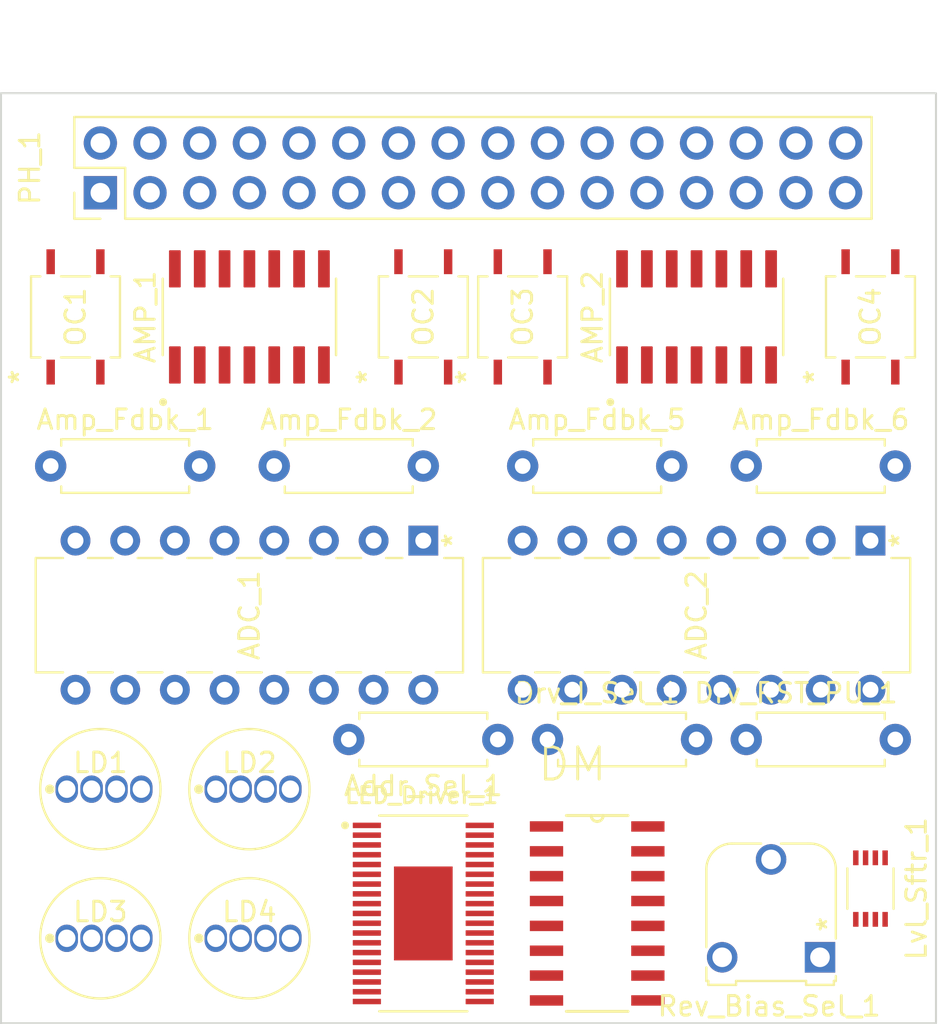
<source format=kicad_pcb>
(kicad_pcb (version 20211014) (generator pcbnew)
  (layers (0 "F.Cu" signal "Front") (31 "B.Cu" signal "Back") (34 "B.Paste" user) (35 "F.Paste" user) (36 "B.SilkS" user "B.Silkscreen") (37 "F.SilkS" user "F.Silkscreen") (38 "B.Mask" user) (39 "F.Mask" user) (44 "Edge.Cuts" user))
  (net 0 "")
  (net 5 "/LED Row IO 1/ LDRow_Amps/Amp_OP_2")
  (net 6 "/LED Row IO 1/ LDRow_Amps/Amp_OP_1")
  (net 7 "GND")
  (net 8 "/LED Row IO 1/ADC_SHDN")
  (net 9 "SPI_MOSI")
  (net 10 "SPI_MISO_5V")
  (net 11 "SPI_SCK")
  (net 12 "+5V")
  (net 17 "/LED Row IO 2/ LDRow_Amps/Amp_OP_2")
  (net 18 "/LED Row IO 2/ LDRow_Amps/Amp_OP_1")
  (net 19 "/LED Row IO 2/ADC_SHDN")
  (net 24 "Net-(Addr_Sel_1-Pad1)")
  (net 32 "/LED Row IO 1/LD1_TX_B")
  (net 33 "/LED Row IO 1/LD1_TX_G")
  (net 34 "/LED Row IO 1/LD2_TX_B")
  (net 35 "/LED Row IO 1/LD2_TX_G")
  (net 36 "/LED Row IO 2/LD1_TX_B")
  (net 37 "/LED Row IO 2/LD1_TX_G")
  (net 38 "/LED Row IO 2/LD2_TX_B")
  (net 39 "/LED Row IO 2/LD2_TX_G")
  (net 40 "/LED Row IO 1/LD1_TX_R")
  (net 41 "/LED Row IO 1/LD2_TX_R")
  (net 42 "/LED Row IO 2/LD1_TX_R")
  (net 43 "/LED Row IO 2/LD2_TX_R")
  (net 64 "RB Voltage")
  (net 65 "+9V")
  (net 66 "/LED Row IO 1/ LDRow_Amps/Amp_IP_2")
  (net 67 "/LED Row IO 1/ LDRow_Amps/Amp_IP_1")
  (net 68 "/LED Row IO 2/ LDRow_Amps/Amp_IP_2")
  (net 69 "/LED Row IO 2/ LDRow_Amps/Amp_IP_1")
  (net 70 "SPI_SS_0")
  (net 71 "SPI_SS_1")
  (net 72 "SPI_SS_2")
  (net 73 "Net-(Drv_I_Sel_1-Pad2)")
  (net 74 "Net-(Drv_RST_PU_1-Pad2)")
  (net 75 "/LED Row IO 1/LDRow/LD1_R")
  (net 76 "/LED Row IO 1/LDRow/LD2_R")
  (net 77 "/LED Row IO 2/LDRow/LD1_R")
  (net 78 "/LED Row IO 2/LDRow/LD2_R")
  (net 79 "I2C_SCL")
  (net 80 "I2C_SDA_5V")
  (net 81 "+3V3")
  (net 82 "I2C_SDA_3V3")
  (net 83 "SPI_MISO_3V3")
  (footprint "RGB LED:WP154A4SEJ3VBDZGC&slash_CA" (layer "F.Cu") (at 49.53 68.58)
    (fp_text reference "LD2" (at 0 -1.35) (layer "F.SilkS"))
    (fp_text value "WP154A4SEJ3VBDZGC/CA" hide)
    (fp_circle (center -2.5836 0) (end -2.4636 0) (layer "F.SilkS") (width 0.24) (fill none))
    (fp_circle (center 0 0) (end 3.0734 0) (layer "F.SilkS") (width 0.12) (fill none))
    (pad "1" thru_hole oval (at -1.7164 0) (size 1.143 1.397) (drill 0.889) (layers *.Cu *.Mask) (net 76 "/LED Row IO 1/LDRow/LD2_R"))
    (pad "2" thru_hole oval (at -0.4464 0) (size 1.143 1.397) (drill 0.889) (layers *.Cu *.Mask) (net 12 "+5V"))
    (pad "3" thru_hole oval (at 0.8236 0) (size 1.143 1.397) (drill 0.889) (layers *.Cu *.Mask) (net 34 "/LED Row IO 1/LD2_TX_B"))
    (pad "4" thru_hole oval (at 2.0936 0) (size 1.143 1.397) (drill 0.889) (layers *.Cu *.Mask) (net 35 "/LED Row IO 1/LD2_TX_G"))
  )
  (footprint "Resistor_THT:R_Axial_DIN0207_L6.3mm_D2.5mm_P7.62mm_Horizontal" (layer "F.Cu") (at 74.93 66.04)
    (fp_text reference "Drv_RST_PU_1" (at 2.54 -2.37) (layer "F.SilkS"))
    (fp_text value "10K")
    (fp_line (start 0.54 -1.04) (end 0.54 -1.37) (layer "F.SilkS") (width 0.12))
    (fp_line (start 0.54 -1.37) (end 7.08 -1.37) (layer "F.SilkS") (width 0.12))
    (fp_line (start 7.08 -1.37) (end 7.08 -1.04) (layer "F.SilkS") (width 0.12))
    (fp_line (start 0.54 1.04) (end 0.54 1.37) (layer "F.SilkS") (width 0.12))
    (fp_line (start 7.08 1.37) (end 7.08 1.04) (layer "F.SilkS") (width 0.12))
    (fp_line (start 0.54 1.37) (end 7.08 1.37) (layer "F.SilkS") (width 0.12))
    (pad "1" thru_hole circle (at 0 0) (size 1.6 1.6) (drill 0.8) (layers *.Cu *.Mask) (net 12 "+5V"))
    (pad "2" thru_hole oval (at 7.62 0) (size 1.6 1.6) (drill 0.8) (layers *.Cu *.Mask) (net 74 "Net-(Drv_RST_PU_1-Pad2)"))
  )
  (footprint "Resistor_THT:R_Axial_DIN0207_L6.3mm_D2.5mm_P7.62mm_Horizontal" (layer "F.Cu") (at 63.5 52.07)
    (fp_text reference "Amp_Fdbk_5" (at 3.81 -2.37) (layer "F.SilkS"))
    (fp_text value "2M")
    (fp_line (start 0.54 1.04) (end 0.54 1.37) (layer "F.SilkS") (width 0.12))
    (fp_line (start 7.08 -1.37) (end 7.08 -1.04) (layer "F.SilkS") (width 0.12))
    (fp_line (start 0.54 -1.37) (end 7.08 -1.37) (layer "F.SilkS") (width 0.12))
    (fp_line (start 7.08 1.37) (end 7.08 1.04) (layer "F.SilkS") (width 0.12))
    (fp_line (start 0.54 1.37) (end 7.08 1.37) (layer "F.SilkS") (width 0.12))
    (fp_line (start 0.54 -1.04) (end 0.54 -1.37) (layer "F.SilkS") (width 0.12))
    (pad "1" thru_hole circle (at 0 0) (size 1.6 1.6) (drill 0.8) (layers *.Cu *.Mask) (net 69 "/LED Row IO 2/ LDRow_Amps/Amp_IP_1"))
    (pad "2" thru_hole oval (at 7.62 0) (size 1.6 1.6) (drill 0.8) (layers *.Cu *.Mask) (net 18 "/LED Row IO 2/ LDRow_Amps/Amp_OP_1"))
  )
  (footprint "RGB LED:WP154A4SEJ3VBDZGC&slash_CA" (layer "F.Cu") (at 41.91 68.58)
    (fp_text reference "LD1" (at 0 -1.35) (layer "F.SilkS"))
    (fp_text value "WP154A4SEJ3VBDZGC/CA" hide)
    (fp_circle (center -2.5836 0) (end -2.4636 0) (layer "F.SilkS") (width 0.24) (fill none))
    (fp_circle (center 0 0) (end 3.0734 0) (layer "F.SilkS") (width 0.12) (fill none))
    (pad "1" thru_hole oval (at -1.7164 0) (size 1.143 1.397) (drill 0.889) (layers *.Cu *.Mask) (net 75 "/LED Row IO 1/LDRow/LD1_R"))
    (pad "2" thru_hole oval (at -0.4464 0) (size 1.143 1.397) (drill 0.889) (layers *.Cu *.Mask) (net 12 "+5V"))
    (pad "3" thru_hole oval (at 0.8236 0) (size 1.143 1.397) (drill 0.889) (layers *.Cu *.Mask) (net 32 "/LED Row IO 1/LD1_TX_B"))
    (pad "4" thru_hole oval (at 2.0936 0) (size 1.143 1.397) (drill 0.889) (layers *.Cu *.Mask) (net 33 "/LED Row IO 1/LD1_TX_G"))
  )
  (footprint "Op-Amp:footprints" (layer "F.Cu") (at 49.53 44.45 90)
    (fp_text reference "AMP_1" (at 0 -5.32 90) (layer "F.SilkS"))
    (fp_text value "MCP619-I/SL" hide)
    (fp_line (start -1.95 -4.43) (end 1.95 -4.43) (layer "F.SilkS") (width 0.127))
    (fp_line (start -1.95 4.43) (end 1.95 4.43) (layer "F.SilkS") (width 0.127))
    (fp_circle (center -4.355 -4.41) (end -4.255 -4.41) (layer "F.SilkS") (width 0.2) (fill none))
    (pad "1" smd roundrect (at -2.455 -3.81 90) (size 1.9 0.6) (layers "F.Cu" "F.Paste" "F.Mask") (roundrect_rratio 0.07) (net 6 "/LED Row IO 1/ LDRow_Amps/Amp_OP_1"))
    (pad "2" smd roundrect (at -2.455 -2.54 90) (size 1.9 0.6) (layers "F.Cu" "F.Paste" "F.Mask") (roundrect_rratio 0.07) (net 67 "/LED Row IO 1/ LDRow_Amps/Amp_IP_1"))
    (pad "3" smd roundrect (at -2.455 -1.27 90) (size 1.9 0.6) (layers "F.Cu" "F.Paste" "F.Mask") (roundrect_rratio 0.07) (net 64 "RB Voltage"))
    (pad "4" smd roundrect (at -2.455 0 90) (size 1.9 0.6) (layers "F.Cu" "F.Paste" "F.Mask") (roundrect_rratio 0.07) (net 65 "+9V"))
    (pad "5" smd roundrect (at -2.455 1.27 90) (size 1.9 0.6) (layers "F.Cu" "F.Paste" "F.Mask") (roundrect_rratio 0.07) (net 64 "RB Voltage"))
    (pad "6" smd roundrect (at -2.455 2.54 90) (size 1.9 0.6) (layers "F.Cu" "F.Paste" "F.Mask") (roundrect_rratio 0.07) (net 66 "/LED Row IO 1/ LDRow_Amps/Amp_IP_2"))
    (pad "7" smd roundrect (at -2.455 3.81 90) (size 1.9 0.6) (layers "F.Cu" "F.Paste" "F.Mask") (roundrect_rratio 0.07) (net 5 "/LED Row IO 1/ LDRow_Amps/Amp_OP_2"))
    (pad "8" smd roundrect (at 2.455 3.81 90) (size 1.9 0.6) (layers "F.Cu" "F.Paste" "F.Mask") (roundrect_rratio 0.07))
    (pad "9" smd roundrect (at 2.455 2.54 90) (size 1.9 0.6) (layers "F.Cu" "F.Paste" "F.Mask") (roundrect_rratio 0.07))
    (pad "10" smd roundrect (at 2.455 1.27 90) (size 1.9 0.6) (layers "F.Cu" "F.Paste" "F.Mask") (roundrect_rratio 0.07) (net 64 "RB Voltage"))
    (pad "11" smd roundrect (at 2.455 0 90) (size 1.9 0.6) (layers "F.Cu" "F.Paste" "F.Mask") (roundrect_rratio 0.07) (net 12 "+5V"))
    (pad "12" smd roundrect (at 2.455 -1.27 90) (size 1.9 0.6) (layers "F.Cu" "F.Paste" "F.Mask") (roundrect_rratio 0.07) (net 64 "RB Voltage"))
    (pad "13" smd roundrect (at 2.455 -2.54 90) (size 1.9 0.6) (layers "F.Cu" "F.Paste" "F.Mask") (roundrect_rratio 0.07))
    (pad "14" smd roundrect (at 2.455 -3.81 90) (size 1.9 0.6) (layers "F.Cu" "F.Paste" "F.Mask") (roundrect_rratio 0.07))
  )
  (footprint "Resistor_THT:R_Axial_DIN0207_L6.3mm_D2.5mm_P7.62mm_Horizontal" (layer "F.Cu") (at 62.23 66.04 180)
    (fp_text reference "Addr_Sel_1" (at 3.81 -2.37) (layer "F.SilkS"))
    (fp_text value "100K")
    (fp_line (start 0.54 1.04) (end 0.54 1.37) (layer "F.SilkS") (width 0.12))
    (fp_line (start 0.54 -1.37) (end 7.08 -1.37) (layer "F.SilkS") (width 0.12))
    (fp_line (start 7.08 -1.37) (end 7.08 -1.04) (layer "F.SilkS") (width 0.12))
    (fp_line (start 0.54 -1.04) (end 0.54 -1.37) (layer "F.SilkS") (width 0.12))
    (fp_line (start 7.08 1.37) (end 7.08 1.04) (layer "F.SilkS") (width 0.12))
    (fp_line (start 0.54 1.37) (end 7.08 1.37) (layer "F.SilkS") (width 0.12))
    (pad "1" thru_hole circle (at 0 0 180) (size 1.6 1.6) (drill 0.8) (layers *.Cu *.Mask) (net 24 "Net-(Addr_Sel_1-Pad1)"))
    (pad "2" thru_hole oval (at 7.62 0 180) (size 1.6 1.6) (drill 0.8) (layers *.Cu *.Mask) (net 7 "GND"))
  )
  (footprint "Level Shifter:LSF0102DCH" (layer "F.Cu") (at 81.28 73.66 90)
    (fp_text reference "Lvl_Sftr_1" (at 0 2.35 90) (layer "F.SilkS"))
    (fp_text value "LSF0102DCH" hide)
    (fp_text user "*" (at -1.826 -2.1724 90) (layer "F.SilkS"))
    (fp_line (start -1.03317 1.1811) (end 1.03317 1.1811) (layer "F.SilkS") (width 0.12))
    (fp_line (start 1.03317 -1.1811) (end -1.03317 -1.1811) (layer "F.SilkS") (width 0.12))
    (pad "1" smd rect (at -1.572001 -0.750001 90) (size 0.756399 0.2794) (layers "F.Cu" "F.Paste" "F.Mask") (net 7 "GND"))
    (pad "2" smd rect (at -1.572001 -0.25 90) (size 0.756399 0.2794) (layers "F.Cu" "F.Paste" "F.Mask") (net 81 "+3V3"))
    (pad "3" smd rect (at -1.572001 0.25 90) (size 0.756399 0.2794) (layers "F.Cu" "F.Paste" "F.Mask") (net 82 "I2C_SDA_3V3"))
    (pad "4" smd rect (at -1.572001 0.750001 90) (size 0.756399 0.2794) (layers "F.Cu" "F.Paste" "F.Mask") (net 83 "SPI_MISO_3V3"))
    (pad "5" smd rect (at 1.572001 0.750001 90) (size 0.756399 0.2794) (layers "F.Cu" "F.Paste" "F.Mask") (net 10 "SPI_MISO_5V"))
    (pad "6" smd rect (at 1.572001 0.25 90) (size 0.756399 0.2794) (layers "F.Cu" "F.Paste" "F.Mask") (net 80 "I2C_SDA_5V"))
    (pad "7" smd rect (at 1.572001 -0.25 90) (size 0.756399 0.2794) (layers "F.Cu" "F.Paste" "F.Mask") (net 12 "+5V"))
    (pad "8" smd rect (at 1.572001 -0.750001 90) (size 0.756399 0.2794) (layers "F.Cu" "F.Paste" "F.Mask") (net 12 "+5V"))
  )
  (footprint "Connector_PinHeader_2.54mm:PinHeader_2x16_P2.54mm_Vertical" (layer "F.Cu") (at 41.91 38.105 90)
    (fp_text reference "PH_1" (at 1.27 -3.6 90) (layer "F.SilkS"))
    (fp_text value "Conn_02x16_Odd_Even")
    (fp_line (start -1.33 1.27) (end -1.33 39.43) (layer "F.SilkS") (width 0.12))
    (fp_line (start -1.33 39.43) (end 3.87 39.43) (layer "F.SilkS") (width 0.12))
    (fp_line (start 1.27 1.27) (end 1.27 -1.33) (layer "F.SilkS") (width 0.12))
    (fp_line (start 1.27 -1.33) (end 3.87 -1.33) (layer "F.SilkS") (width 0.12))
    (fp_line (start 3.87 -1.33) (end 3.87 39.43) (layer "F.SilkS") (width 0.12))
    (fp_line (start -1.33 0) (end -1.33 -1.33) (layer "F.SilkS") (width 0.12))
    (fp_line (start -1.33 1.27) (end 1.27 1.27) (layer "F.SilkS") (width 0.12))
    (fp_line (start -1.33 -1.33) (end 0 -1.33) (layer "F.SilkS") (width 0.12))
    (pad "1" thru_hole rect (at 0 0 90) (size 1.7 1.7) (drill 1) (layers *.Cu *.Mask) (net 7 "GND"))
    (pad "2" thru_hole oval (at 2.54 0 90) (size 1.7 1.7) (drill 1) (layers *.Cu *.Mask) (net 7 "GND"))
    (pad "3" thru_hole oval (at 0 2.54 90) (size 1.7 1.7) (drill 1) (layers *.Cu *.Mask) (net 7 "GND"))
    (pad "4" thru_hole oval (at 2.54 2.54 90) (size 1.7 1.7) (drill 1) (layers *.Cu *.Mask) (net 7 "GND"))
    (pad "5" thru_hole oval (at 0 5.08 90) (size 1.7 1.7) (drill 1) (layers *.Cu *.Mask) (net 7 "GND"))
    (pad "6" thru_hole oval (at 2.54 5.08 90) (size 1.7 1.7) (drill 1) (layers *.Cu *.Mask) (net 7 "GND"))
    (pad "7" thru_hole oval (at 0 7.62 90) (size 1.7 1.7) (drill 1) (layers *.Cu *.Mask) (net 81 "+3V3"))
    (pad "8" thru_hole oval (at 2.54 7.62 90) (size 1.7 1.7) (drill 1) (layers *.Cu *.Mask) (net 81 "+3V3"))
    (pad "9" thru_hole oval (at 0 10.16 90) (size 1.7 1.7) (drill 1) (layers *.Cu *.Mask) (net 12 "+5V"))
    (pad "10" thru_hole oval (at 2.54 10.16 90) (size 1.7 1.7) (drill 1) (layers *.Cu *.Mask) (net 12 "+5V"))
    (pad "11" thru_hole oval (at 0 12.7 90) (size 1.7 1.7) (drill 1) (layers *.Cu *.Mask) (net 65 "+9V"))
    (pad "12" thru_hole oval (at 2.54 12.7 90) (size 1.7 1.7) (drill 1) (layers *.Cu *.Mask) (net 65 "+9V"))
    (pad "13" thru_hole oval (at 0 15.24 90) (size 1.7 1.7) (drill 1) (layers *.Cu *.Mask) (net 72 "SPI_SS_2"))
    (pad "14" thru_hole oval (at 2.54 15.24 90) (size 1.7 1.7) (drill 1) (layers *.Cu *.Mask) (net 72 "SPI_SS_2"))
    (pad "15" thru_hole oval (at 0 17.78 90) (size 1.7 1.7) (drill 1) (layers *.Cu *.Mask) (net 71 "SPI_SS_1"))
    (pad "16" thru_hole oval (at 2.54 17.78 90) (size 1.7 1.7) (drill 1) (layers *.Cu *.Mask) (net 71 "SPI_SS_1"))
    (pad "17" thru_hole oval (at 0 20.32 90) (size 1.7 1.7) (drill 1) (layers *.Cu *.Mask) (net 70 "SPI_SS_0"))
    (pad "18" thru_hole oval (at 2.54 20.32 90) (size 1.7 1.7) (drill 1) (layers *.Cu *.Mask) (net 70 "SPI_SS_0"))
    (pad "19" thru_hole oval (at 0 22.86 90) (size 1.7 1.7) (drill 1) (layers *.Cu *.Mask) (net 11 "SPI_SCK"))
    (pad "20" thru_hole oval (at 2.54 22.86 90) (size 1.7 1.7) (drill 1) (layers *.Cu *.Mask) (net 11 "SPI_SCK"))
    (pad "21" thru_hole oval (at 0 25.4 90) (size 1.7 1.7) (drill 1) (layers *.Cu *.Mask) (net 9 "SPI_MOSI"))
    (pad "22" thru_hole oval (at 2.54 25.4 90) (size 1.7 1.7) (drill 1) (layers *.Cu *.Mask) (net 9 "SPI_MOSI"))
    (pad "23" thru_hole oval (at 0 27.94 90) (size 1.7 1.7) (drill 1) (layers *.Cu *.Mask) (net 83 "SPI_MISO_3V3"))
    (pad "24" thru_hole oval (at 2.54 27.94 90) (size 1.7 1.7) (drill 1) (layers *.Cu *.Mask) (net 83 "SPI_MISO_3V3"))
    (pad "25" thru_hole oval (at 0 30.48 90) (size 1.7 1.7) (drill 1) (layers *.Cu *.Mask) (net 10 "SPI_MISO_5V"))
    (pad "26" thru_hole oval (at 2.54 30.48 90) (size 1.7 1.7) (drill 1) (layers *.Cu *.Mask) (net 10 "SPI_MISO_5V"))
    (pad "27" thru_hole oval (at 0 33.02 90) (size 1.7 1.7) (drill 1) (layers *.Cu *.Mask) (net 79 "I2C_SCL"))
    (pad "28" thru_hole oval (at 2.54 33.02 90) (size 1.7 1.7) (drill 1) (layers *.Cu *.Mask) (net 79 "I2C_SCL"))
    (pad "29" thru_hole oval (at 0 35.56 90) (size 1.7 1.7) (drill 1) (layers *.Cu *.Mask) (net 82 "I2C_SDA_3V3"))
    (pad "30" thru_hole oval (at 2.54 35.56 90) (size 1.7 1.7) (drill 1) (layers *.Cu *.Mask) (net 82 "I2C_SDA_3V3"))
    (pad "31" thru_hole oval (at 0 38.1 90) (size 1.7 1.7) (drill 1) (layers *.Cu *.Mask) (net 80 "I2C_SDA_5V"))
    (pad "32" thru_hole oval (at 2.54 38.1 90) (size 1.7 1.7) (drill 1) (layers *.Cu *.Mask) (net 80 "I2C_SDA_5V"))
  )
  (footprint "Opto-coupler:footprints" (layer "F.Cu") (at 81.28 44.45 90)
    (fp_text reference "OC4" (at 0 0 90) (layer "F.SilkS"))
    (fp_text value "CPC1125N" hide)
    (fp_text user "*" (at -3.0734 -2.8448 90) (layer "F.SilkS"))
    (fp_line (start -2.0701 1.798392) (end -2.0701 2.2733) (layer "F.SilkS") (width 0.12))
    (fp_line (start -2.0701 2.2733) (end 2.0701 2.2733) (layer "F.SilkS") (width 0.12))
    (fp_line (start 2.0701 2.2733) (end 2.0701 1.798392) (layer "F.SilkS") (width 0.12))
    (fp_line (start 2.0701 -1.798392) (end 2.0701 -2.2733) (layer "F.SilkS") (width 0.12))
    (fp_line (start 2.0701 0.741608) (end 2.0701 -0.741608) (layer "F.SilkS") (width 0.12))
    (fp_line (start -2.0701 -2.2733) (end -2.0701 -1.798392) (layer "F.SilkS") (width 0.12))
    (fp_line (start 2.0701 -2.2733) (end -2.0701 -2.2733) (layer "F.SilkS") (width 0.12))
    (fp_line (start -2.0701 -0.741608) (end -2.0701 0.741608) (layer "F.SilkS") (width 0.12))
    (pad "1" smd rect (at -2.8194 -1.27 90) (size 1.27 0.4318) (layers "F.Cu" "F.Paste" "F.Mask") (net 78 "/LED Row IO 2/LDRow/LD2_R"))
    (pad "2" smd rect (at -2.8194 1.27 90) (size 1.27 0.4318) (layers "F.Cu" "F.Paste" "F.Mask") (net 43 "/LED Row IO 2/LD2_TX_R"))
    (pad "3" smd rect (at 2.8194 1.27 90) (size 1.27 0.4318) (layers "F.Cu" "F.Paste" "F.Mask") (net 68 "/LED Row IO 2/ LDRow_Amps/Amp_IP_2"))
    (pad "4" smd rect (at 2.8194 -1.27 90) (size 1.27 0.4318) (layers "F.Cu" "F.Paste" "F.Mask") (net 78 "/LED Row IO 2/LDRow/LD2_R"))
  )
  (footprint "Potentiometer_THT:Potentiometer_Runtron_RM-065_Vertical" (layer "F.Cu") (at 78.7 77.17 180)
    (fp_text reference "Rev_Bias_Sel_1" (at 2.6 -2.5) (layer "F.SilkS"))
    (fp_text value "100K")
    (fp_line (start -0.71 -1.21) (end -0.81 -1.21) (layer "F.SilkS") (width 0.12))
    (fp_line (start -0.71 -1.41) (end -0.71 -1.21) (layer "F.SilkS") (width 0.12))
    (fp_line (start 1.99 5.81) (end 0.5 5.81) (layer "F.SilkS") (width 0.12))
    (fp_line (start 5.81 0.52) (end 5.81 4.5) (layer "F.SilkS") (width 0.12))
    (fp_line (start -0.81 4.5) (end -0.81 0.96) (layer "F.SilkS") (width 0.12))
    (fp_line (start 5.71 -1.41) (end 5.71 -1.21) (layer "F.SilkS") (width 0.12))
    (fp_line (start 5.81 -1.21) (end 5.81 -0.52) (layer "F.SilkS") (width 0.12))
    (fp_line (start 0.71 -1.21) (end 0.71 -1.41) (layer "F.SilkS") (width 0.12))
    (fp_line (start 4.5 5.81) (end 3.01 5.81) (layer "F.SilkS") (width 0.12))
    (fp_line (start 5.71 -1.21) (end 5.81 -1.21) (layer "F.SilkS") (width 0.12))
    (fp_line (start -0.81 -1.21) (end -0.81 -0.96) (layer "F.SilkS") (width 0.12))
    (fp_line (start 4.29 -1.21) (end 4.29 -1.41) (layer "F.SilkS") (width 0.12))
    (fp_line (start 0.71 -1.21) (end 4.29 -1.21) (layer "F.SilkS") (width 0.12))
    (fp_line (start -0.71 -1.41) (end 0.71 -1.41) (layer "F.SilkS") (width 0.12))
    (fp_line (start 4.29 -1.41) (end 5.71 -1.41) (layer "F.SilkS") (width 0.12))
    (fp_arc (start 0.5 5.81) (mid -0.42631 5.42631) (end -0.81 4.5) (layer "F.SilkS") (width 0.12))
    (fp_arc (start 5.81 4.5) (mid 5.42631 5.42631) (end 4.5 5.81) (layer "F.SilkS") (width 0.12))
    (pad "1" thru_hole rect (at 0 0 180) (size 1.56 1.56) (drill 1) (layers *.Cu *.Mask) (net 65 "+9V"))
    (pad "2" thru_hole circle (at 2.5 5 180) (size 1.56 1.56) (drill 1) (layers *.Cu *.Mask) (net 64 "RB Voltage"))
    (pad "3" thru_hole circle (at 5 0 180) (size 1.56 1.56) (drill 1) (layers *.Cu *.Mask) (net 12 "+5V"))
  )
  (footprint "RGB LED:WP154A4SEJ3VBDZGC&slash_CA" (layer "F.Cu") (at 41.91 76.2)
    (fp_text reference "LD3" (at 0 -1.35) (layer "F.SilkS"))
    (fp_text value "WP154A4SEJ3VBDZGC/CA" hide)
    (fp_circle (center -2.5836 0) (end -2.4636 0) (layer "F.SilkS") (width 0.24) (fill none))
    (fp_circle (center 0 0) (end 3.0734 0) (layer "F.SilkS") (width 0.12) (fill none))
    (pad "1" thru_hole oval (at -1.7164 0) (size 1.143 1.397) (drill 0.889) (layers *.Cu *.Mask) (net 77 "/LED Row IO 2/LDRow/LD1_R"))
    (pad "2" thru_hole oval (at -0.4464 0) (size 1.143 1.397) (drill 0.889) (layers *.Cu *.Mask) (net 12 "+5V"))
    (pad "3" thru_hole oval (at 0.8236 0) (size 1.143 1.397) (drill 0.889) (layers *.Cu *.Mask) (net 36 "/LED Row IO 2/LD1_TX_B"))
    (pad "4" thru_hole oval (at 2.0936 0) (size 1.143 1.397) (drill 0.889) (layers *.Cu *.Mask) (net 37 "/LED Row IO 2/LD1_TX_G"))
  )
  (footprint "Opto-coupler:footprints" (layer "F.Cu") (at 40.64 44.45 90)
    (fp_text reference "OC1" (at 0 0 90) (layer "F.SilkS"))
    (fp_text value "CPC1125N" hide)
    (fp_text user "*" (at -3.0734 -2.8448 90) (layer "F.SilkS"))
    (fp_line (start -2.0701 -0.741608) (end -2.0701 0.741608) (layer "F.SilkS") (width 0.12))
    (fp_line (start -2.0701 -2.2733) (end -2.0701 -1.798392) (layer "F.SilkS") (width 0.12))
    (fp_line (start -2.0701 2.2733) (end 2.0701 2.2733) (layer "F.SilkS") (width 0.12))
    (fp_line (start -2.0701 1.798392) (end -2.0701 2.2733) (layer "F.SilkS") (width 0.12))
    (fp_line (start 2.0701 -2.2733) (end -2.0701 -2.2733) (layer "F.SilkS") (width 0.12))
    (fp_line (start 2.0701 2.2733) (end 2.0701 1.798392) (layer "F.SilkS") (width 0.12))
    (fp_line (start 2.0701 0.741608) (end 2.0701 -0.741608) (layer "F.SilkS") (width 0.12))
    (fp_line (start 2.0701 -1.798392) (end 2.0701 -2.2733) (layer "F.SilkS") (width 0.12))
    (pad "1" smd rect (at -2.8194 -1.27 90) (size 1.27 0.4318) (layers "F.Cu" "F.Paste" "F.Mask") (net 75 "/LED Row IO 1/LDRow/LD1_R"))
    (pad "2" smd rect (at -2.8194 1.27 90) (size 1.27 0.4318) (layers "F.Cu" "F.Paste" "F.Mask") (net 40 "/LED Row IO 1/LD1_TX_R"))
    (pad "3" smd rect (at 2.8194 1.27 90) (size 1.27 0.4318) (layers "F.Cu" "F.Paste" "F.Mask") (net 67 "/LED Row IO 1/ LDRow_Amps/Amp_IP_1"))
    (pad "4" smd rect (at 2.8194 -1.27 90) (size 1.27 0.4318) (layers "F.Cu" "F.Paste" "F.Mask") (net 75 "/LED Row IO 1/LDRow/LD1_R"))
  )
  (footprint "DEMUX:footprints" (layer "F.Cu") (at 67.31 74.93)
    (fp_text reference "DM" (at -1.27 -7.62) (layer "F.SilkS") (effects (font (size 1.644362 1.644362))))
    (fp_text value "74HC138D-Q100,118" hide)
    (fp_line (start 1.5748 -5.0038) (end 0.3048 -5.0038) (layer "F.SilkS") (width 0.1524))
    (fp_line (start -0.3048 -5.0038) (end -1.5748 -5.0038) (layer "F.SilkS") (width 0.1524))
    (fp_line (start 0.3048 -5.0038) (end -0.3048 -5.0038) (layer "F.SilkS") (width 0.1524))
    (fp_line (start -1.5748 5.0038) (end 1.5748 5.0038) (layer "F.SilkS") (width 0.1524))
    (fp_arc (start 0.3048 -5.0038) (mid 0 -4.699) (end -0.3048 -5.0038) (layer "F.SilkS") (width 0.1524))
    (pad "1" smd rect (at -2.5908 -4.445) (size 1.7018 0.5334) (layers "F.Cu" "F.Paste" "F.Mask") (net 70 "SPI_SS_0"))
    (pad "2" smd rect (at -2.5908 -3.175) (size 1.7018 0.5334) (layers "F.Cu" "F.Paste" "F.Mask") (net 71 "SPI_SS_1"))
    (pad "3" smd rect (at -2.5908 -1.905) (size 1.7018 0.5334) (layers "F.Cu" "F.Paste" "F.Mask") (net 72 "SPI_SS_2"))
    (pad "4" smd rect (at -2.5908 -0.635) (size 1.7018 0.5334) (layers "F.Cu" "F.Paste" "F.Mask") (net 7 "GND"))
    (pad "5" smd rect (at -2.5908 0.635) (size 1.7018 0.5334) (layers "F.Cu" "F.Paste" "F.Mask") (net 7 "GND"))
    (pad "6" smd rect (at -2.5908 1.905) (size 1.7018 0.5334) (layers "F.Cu" "F.Paste" "F.Mask") (net 12 "+5V"))
    (pad "7" smd rect (at -2.5908 3.175) (size 1.7018 0.5334) (layers "F.Cu" "F.Paste" "F.Mask"))
    (pad "8" smd rect (at -2.5908 4.445) (size 1.7018 0.5334) (layers "F.Cu" "F.Paste" "F.Mask") (net 7 "GND"))
    (pad "9" smd rect (at 2.5908 4.445) (size 1.7018 0.5334) (layers "F.Cu" "F.Paste" "F.Mask"))
    (pad "10" smd rect (at 2.5908 3.175) (size 1.7018 0.5334) (layers "F.Cu" "F.Paste" "F.Mask"))
    (pad "11" smd rect (at 2.5908 1.905) (size 1.7018 0.5334) (layers "F.Cu" "F.Paste" "F.Mask"))
    (pad "12" smd rect (at 2.5908 0.635) (size 1.7018 0.5334) (layers "F.Cu" "F.Paste" "F.Mask"))
    (pad "13" smd rect (at 2.5908 -0.635) (size 1.7018 0.5334) (layers "F.Cu" "F.Paste" "F.Mask"))
    (pad "14" smd rect (at 2.5908 -1.905) (size 1.7018 0.5334) (layers "F.Cu" "F.Paste" "F.Mask") (net 19 "/LED Row IO 2/ADC_SHDN"))
    (pad "15" smd rect (at 2.5908 -3.175) (size 1.7018 0.5334) (layers "F.Cu" "F.Paste" "F.Mask") (net 8 "/LED Row IO 1/ADC_SHDN"))
    (pad "16" smd rect (at 2.5908 -4.445) (size 1.7018 0.5334) (layers "F.Cu" "F.Paste" "F.Mask") (net 12 "+5V"))
  )
  (footprint "Op-Amp:footprints" (layer "F.Cu") (at 72.39 44.45 90)
    (fp_text reference "AMP_2" (at 0 -5.32 90) (layer "F.SilkS"))
    (fp_text value "MCP619-I/SL" hide)
    (fp_line (start -1.95 4.43) (end 1.95 4.43) (layer "F.SilkS") (width 0.127))
    (fp_line (start -1.95 -4.43) (end 1.95 -4.43) (layer "F.SilkS") (width 0.127))
    (fp_circle (center -4.355 -4.41) (end -4.255 -4.41) (layer "F.SilkS") (width 0.2) (fill none))
    (pad "1" smd roundrect (at -2.455 -3.81 90) (size 1.9 0.6) (layers "F.Cu" "F.Paste" "F.Mask") (roundrect_rratio 0.07) (net 18 "/LED Row IO 2/ LDRow_Amps/Amp_OP_1"))
    (pad "2" smd roundrect (at -2.455 -2.54 90) (size 1.9 0.6) (layers "F.Cu" "F.Paste" "F.Mask") (roundrect_rratio 0.07) (net 69 "/LED Row IO 2/ LDRow_Amps/Amp_IP_1"))
    (pad "3" smd roundrect (at -2.455 -1.27 90) (size 1.9 0.6) (layers "F.Cu" "F.Paste" "F.Mask") (roundrect_rratio 0.07) (net 64 "RB Voltage"))
    (pad "4" smd roundrect (at -2.455 0 90) (size 1.9 0.6) (layers "F.Cu" "F.Paste" "F.Mask") (roundrect_rratio 0.07) (net 65 "+9V"))
    (pad "5" smd roundrect (at -2.455 1.27 90) (size 1.9 0.6) (layers "F.Cu" "F.Paste" "F.Mask") (roundrect_rratio 0.07) (net 64 "RB Voltage"))
    (pad "6" smd roundrect (at -2.455 2.54 90) (size 1.9 0.6) (layers "F.Cu" "F.Paste" "F.Mask") (roundrect_rratio 0.07) (net 68 "/LED Row IO 2/ LDRow_Amps/Amp_IP_2"))
    (pad "7" smd roundrect (at -2.455 3.81 90) (size 1.9 0.6) (layers "F.Cu" "F.Paste" "F.Mask") (roundrect_rratio 0.07) (net 17 "/LED Row IO 2/ LDRow_Amps/Amp_OP_2"))
    (pad "8" smd roundrect (at 2.455 3.81 90) (size 1.9 0.6) (layers "F.Cu" "F.Paste" "F.Mask") (roundrect_rratio 0.07))
    (pad "9" smd roundrect (at 2.455 2.54 90) (size 1.9 0.6) (layers "F.Cu" "F.Paste" "F.Mask") (roundrect_rratio 0.07))
    (pad "10" smd roundrect (at 2.455 1.27 90) (size 1.9 0.6) (layers "F.Cu" "F.Paste" "F.Mask") (roundrect_rratio 0.07) (net 64 "RB Voltage"))
    (pad "11" smd roundrect (at 2.455 0 90) (size 1.9 0.6) (layers "F.Cu" "F.Paste" "F.Mask") (roundrect_rratio 0.07) (net 12 "+5V"))
    (pad "12" smd roundrect (at 2.455 -1.27 90) (size 1.9 0.6) (layers "F.Cu" "F.Paste" "F.Mask") (roundrect_rratio 0.07) (net 64 "RB Voltage"))
    (pad "13" smd roundrect (at 2.455 -2.54 90) (size 1.9 0.6) (layers "F.Cu" "F.Paste" "F.Mask") (roundrect_rratio 0.07))
    (pad "14" smd roundrect (at 2.455 -3.81 90) (size 1.9 0.6) (layers "F.Cu" "F.Paste" "F.Mask") (roundrect_rratio 0.07))
  )
  (footprint "Resistor_THT:R_Axial_DIN0207_L6.3mm_D2.5mm_P7.62mm_Horizontal" (layer "F.Cu") (at 74.93 52.07)
    (fp_text reference "Amp_Fdbk_6" (at 3.81 -2.37) (layer "F.SilkS"))
    (fp_text value "2M")
    (fp_line (start 7.08 -1.37) (end 7.08 -1.04) (layer "F.SilkS") (width 0.12))
    (fp_line (start 7.08 1.37) (end 7.08 1.04) (layer "F.SilkS") (width 0.12))
    (fp_line (start 0.54 1.04) (end 0.54 1.37) (layer "F.SilkS") (width 0.12))
    (fp_line (start 0.54 -1.37) (end 7.08 -1.37) (layer "F.SilkS") (width 0.12))
    (fp_line (start 0.54 -1.04) (end 0.54 -1.37) (layer "F.SilkS") (width 0.12))
    (fp_line (start 0.54 1.37) (end 7.08 1.37) (layer "F.SilkS") (width 0.12))
    (pad "1" thru_hole circle (at 0 0) (size 1.6 1.6) (drill 0.8) (layers *.Cu *.Mask) (net 68 "/LED Row IO 2/ LDRow_Amps/Amp_IP_2"))
    (pad "2" thru_hole oval (at 7.62 0) (size 1.6 1.6) (drill 0.8) (layers *.Cu *.Mask) (net 17 "/LED Row IO 2/ LDRow_Amps/Amp_OP_2"))
  )
  (footprint "RGB LED:WP154A4SEJ3VBDZGC&slash_CA" (layer "F.Cu") (at 49.53 76.2)
    (fp_text reference "LD4" (at 0 -1.35) (layer "F.SilkS"))
    (fp_text value "WP154A4SEJ3VBDZGC/CA" hide)
    (fp_circle (center 0 0) (end 3.0734 0) (layer "F.SilkS") (width 0.12) (fill none))
    (fp_circle (center -2.5836 0) (end -2.4636 0) (layer "F.SilkS") (width 0.24) (fill none))
    (pad "1" thru_hole oval (at -1.7164 0) (size 1.143 1.397) (drill 0.889) (layers *.Cu *.Mask) (net 78 "/LED Row IO 2/LDRow/LD2_R"))
    (pad "2" thru_hole oval (at -0.4464 0) (size 1.143 1.397) (drill 0.889) (layers *.Cu *.Mask) (net 12 "+5V"))
    (pad "3" thru_hole oval (at 0.8236 0) (size 1.143 1.397) (drill 0.889) (layers *.Cu *.Mask) (net 38 "/LED Row IO 2/LD2_TX_B"))
    (pad "4" thru_hole oval (at 2.0936 0) (size 1.143 1.397) (drill 0.889) (layers *.Cu *.Mask) (net 39 "/LED Row IO 2/LD2_TX_G"))
  )
  (footprint "ADC:MCP3008-I&slash_P" (layer "F.Cu") (at 49.53 59.69 -90)
    (property "VALUE" "MCP3008-I/P-DIP16")
    (fp_text reference "ADC_1" (at 0 0 90) (layer "F.SilkS"))
    (fp_text value "MCU-MCP3008-I/P(DIP16-7.62MM)" hide)
    (fp_text user "*" (at -3.81 -10.414 90) (layer "F.SilkS"))
    (fp_line (start -2.921 6.988854) (end -2.921 8.251146) (layer "F.SilkS") (width 0.12))
    (fp_line (start -2.921 -5.711146) (end -2.921 -4.448854) (layer "F.SilkS") (width 0.12))
    (fp_line (start 2.921 -10.922) (end -2.921 -10.922) (layer "F.SilkS") (width 0.12))
    (fp_line (start -2.921 -3.171146) (end -2.921 -1.908854) (layer "F.SilkS") (width 0.12))
    (fp_line (start -2.921 -0.631146) (end -2.921 0.631146) (layer "F.SilkS") (width 0.12))
    (fp_line (start 2.921 -9.528854) (end 2.921 -10.922) (layer "F.SilkS") (width 0.12))
    (fp_line (start 2.921 -6.988854) (end 2.921 -8.251146) (layer "F.SilkS") (width 0.12))
    (fp_line (start -2.921 10.922) (end 2.921 10.922) (layer "F.SilkS") (width 0.12))
    (fp_line (start 2.921 5.711146) (end 2.921 4.448854) (layer "F.SilkS") (width 0.12))
    (fp_line (start 2.921 8.251146) (end 2.921 6.988854) (layer "F.SilkS") (width 0.12))
    (fp_line (start 2.921 3.171146) (end 2.921 1.908854) (layer "F.SilkS") (width 0.12))
    (fp_line (start -2.921 -10.922) (end -2.921 -9.95955) (layer "F.SilkS") (width 0.12))
    (fp_line (start -2.921 -7.82045) (end -2.921 -6.988854) (layer "F.SilkS") (width 0.12))
    (fp_line (start -2.921 1.908854) (end -2.921 3.171146) (layer "F.SilkS") (width 0.12))
    (fp_line (start -2.921 9.528854) (end -2.921 10.922) (layer "F.SilkS") (width 0.12))
    (fp_line (start 2.921 -1.908854) (end 2.921 -3.171146) (layer "F.SilkS") (width 0.12))
    (fp_line (start 2.921 0.631146) (end 2.921 -0.631146) (layer "F.SilkS") (width 0.12))
    (fp_line (start -2.921 4.448854) (end -2.921 5.711146) (layer "F.SilkS") (width 0.12))
    (fp_line (start 2.921 -4.448854) (end 2.921 -5.711146) (layer "F.SilkS") (width 0.12))
    (fp_line (start 2.921 10.922) (end 2.921 9.528854) (layer "F.SilkS") (width 0.12))
    (pad "1" thru_hole rect (at -3.81 -8.89 270) (size 1.524 1.524) (drill 0.8128) (layers *.Cu *.Mask) (net 6 "/LED Row IO 1/ LDRow_Amps/Amp_OP_1"))
    (pad "2" thru_hole circle (at -3.81 -6.35 270) (size 1.524 1.524) (drill 0.8128) (layers *.Cu *.Mask) (net 5 "/LED Row IO 1/ LDRow_Amps/Amp_OP_2"))
    (pad "3" thru_hole circle (at -3.81 -3.81 270) (size 1.524 1.524) (drill 0.8128) (layers *.Cu *.Mask))
    (pad "4" thru_hole circle (at -3.81 -1.27 270) (size 1.524 1.524) (drill 0.8128) (layers *.Cu *.Mask))
    (pad "5" thru_hole circle (at -3.81 1.27 270) (size 1.524 1.524) (drill 0.8128) (layers *.Cu *.Mask))
    (pad "6" thru_hole circle (at -3.81 3.81 270) (size 1.524 1.524) (drill 0.8128) (layers *.Cu *.Mask))
    (pad "7" thru_hole circle (at -3.81 6.35 270) (size 1.524 1.524) (drill 0.8128) (layers *.Cu *.Mask))
    (pad "8" thru_hole circle (at -3.81 8.89 270) (size 1.524 1.524) (drill 0.8128) (layers *.Cu *.Mask))
    (pad "9" thru_hole circle (at 3.81 8.89 270) (size 1.524 1.524) (drill 0.8128) (layers *.Cu *.Mask) (net 7 "GND"))
    (pad "10" thru_hole circle (at 3.81 6.35 270) (size 1.524 1.524) (drill 0.8128) (layers *.Cu *.Mask) (net 8 "/LED Row IO 1/ADC_SHDN"))
    (pad "11" thru_hole circle (at 3.81 3.81 270) (size 1.524 1.524) (drill 0.8128) (layers *.Cu *.Mask) (net 9 "SPI_MOSI"))
    (pad "12" thru_hole circle (at 3.81 1.27 270) (size 1.524 1.524) (drill 0.8128) (layers *.Cu *.Mask) (net 10 "SPI_MISO_5V"))
    (pad "13" thru_hole circle (at 3.81 -1.27 270) (size 1.524 1.524) (drill 0.8128) (layers *.Cu *.Mask) (net 11 "SPI_SCK"))
    (pad "14" thru_hole circle (at 3.81 -3.81 270) (size 1.524 1.524) (drill 0.8128) (layers *.Cu *.Mask) (net 7 "GND"))
    (pad "15" thru_hole circle (at 3.81 -6.35 270) (size 1.524 1.524) (drill 0.8128) (layers *.Cu *.Mask) (net 12 "+5V"))
    (pad "16" thru_hole circle (at 3.81 -8.89 270) (size 1.524 1.524) (drill 0.8128) (layers *.Cu *.Mask) (net 12 "+5V"))
  )
  (footprint "Opto-coupler:footprints" (layer "F.Cu") (at 58.42 44.45 90)
    (fp_text reference "OC2" (at 0 0 90) (layer "F.SilkS"))
    (fp_text value "CPC1125N" hide)
    (fp_text user "*" (at -3.0734 -2.8448 90) (layer "F.SilkS"))
    (fp_line (start -2.0701 -2.2733) (end -2.0701 -1.798392) (layer "F.SilkS") (width 0.12))
    (fp_line (start -2.0701 2.2733) (end 2.0701 2.2733) (layer "F.SilkS") (width 0.12))
    (fp_line (start 2.0701 -2.2733) (end -2.0701 -2.2733) (layer "F.SilkS") (width 0.12))
    (fp_line (start -2.0701 1.798392) (end -2.0701 2.2733) (layer "F.SilkS") (width 0.12))
    (fp_line (start -2.0701 -0.741608) (end -2.0701 0.741608) (layer "F.SilkS") (width 0.12))
    (fp_line (start 2.0701 0.741608) (end 2.0701 -0.741608) (layer "F.SilkS") (width 0.12))
    (fp_line (start 2.0701 2.2733) (end 2.0701 1.798392) (layer "F.SilkS") (width 0.12))
    (fp_line (start 2.0701 -1.798392) (end 2.0701 -2.2733) (layer "F.SilkS") (width 0.12))
    (pad "1" smd rect (at -2.8194 -1.27 90) (size 1.27 0.4318) (layers "F.Cu" "F.Paste" "F.Mask") (net 76 "/LED Row IO 1/LDRow/LD2_R"))
    (pad "2" smd rect (at -2.8194 1.27 90) (size 1.27 0.4318) (layers "F.Cu" "F.Paste" "F.Mask") (net 41 "/LED Row IO 1/LD2_TX_R"))
    (pad "3" smd rect (at 2.8194 1.27 90) (size 1.27 0.4318) (layers "F.Cu" "F.Paste" "F.Mask") (net 66 "/LED Row IO 1/ LDRow_Amps/Amp_IP_2"))
    (pad "4" smd rect (at 2.8194 -1.27 90) (size 1.27 0.4318) (layers "F.Cu" "F.Paste" "F.Mask") (net 76 "/LED Row IO 1/LDRow/LD2_R"))
  )
  (footprint "LED Driver:SOP50P640X110-39N" (layer "F.Cu") (at 58.42 74.93)
    (fp_text reference "LED_Driver_1" (at -0.087105 -6.028735) (layer "F.SilkS") (effects (font (size 0.819819 0.819819))))
    (fp_text value "PCA9956BTWY" hide)
    (fp_line (start 2.25 -5) (end -2.25 -5) (layer "F.SilkS") (width 0.127))
    (fp_line (start 2.25 5) (end -2.25 5) (layer "F.SilkS") (width 0.127))
    (fp_circle (center -4 -4.5) (end -3.9 -4.5) (layer "F.SilkS") (width 0.2) (fill none))
    (pad "1" smd roundrect (at -2.885 -4.5) (size 1.44 0.28) (layers "F.Cu" "F.Paste" "F.Mask") (roundrect_rratio 0.07) (net 73 "Net-(Drv_I_Sel_1-Pad2)"))
    (pad "2" smd roundrect (at -2.885 -4) (size 1.44 0.28) (layers "F.Cu" "F.Paste" "F.Mask") (roundrect_rratio 0.07) (net 24 "Net-(Addr_Sel_1-Pad1)"))
    (pad "3" smd roundrect (at -2.885 -3.5) (size 1.44 0.28) (layers "F.Cu" "F.Paste" "F.Mask") (roundrect_rratio 0.07))
    (pad "4" smd roundrect (at -2.885 -3) (size 1.44 0.28) (layers "F.Cu" "F.Paste" "F.Mask") (roundrect_rratio 0.07) (net 7 "GND"))
    (pad "5" smd roundrect (at -2.885 -2.5) (size 1.44 0.28) (layers "F.Cu" "F.Paste" "F.Mask") (roundrect_rratio 0.07) (net 7 "GND"))
    (pad "6" smd roundrect (at -2.885 -2) (size 1.44 0.28) (layers "F.Cu" "F.Paste" "F.Mask") (roundrect_rratio 0.07) (net 40 "/LED Row IO 1/LD1_TX_R"))
    (pad "7" smd roundrect (at -2.885 -1.5) (size 1.44 0.28) (layers "F.Cu" "F.Paste" "F.Mask") (roundrect_rratio 0.07) (net 33 "/LED Row IO 1/LD1_TX_G"))
    (pad "8" smd roundrect (at -2.885 -1) (size 1.44 0.28) (layers "F.Cu" "F.Paste" "F.Mask") (roundrect_rratio 0.07) (net 32 "/LED Row IO 1/LD1_TX_B"))
    (pad "9" smd roundrect (at -2.885 -0.5) (size 1.44 0.28) (layers "F.Cu" "F.Paste" "F.Mask") (roundrect_rratio 0.07) (net 41 "/LED Row IO 1/LD2_TX_R"))
    (pad "10" smd roundrect (at -2.885 0) (size 1.44 0.28) (layers "F.Cu" "F.Paste" "F.Mask") (roundrect_rratio 0.07) (net 35 "/LED Row IO 1/LD2_TX_G"))
    (pad "11" smd roundrect (at -2.885 0.5) (size 1.44 0.28) (layers "F.Cu" "F.Paste" "F.Mask") (roundrect_rratio 0.07) (net 34 "/LED Row IO 1/LD2_TX_B"))
    (pad "12" smd roundrect (at -2.885 1) (size 1.44 0.28) (layers "F.Cu" "F.Paste" "F.Mask") (roundrect_rratio 0.07) (net 42 "/LED Row IO 2/LD1_TX_R"))
    (pad "13" smd roundrect (at -2.885 1.5) (size 1.44 0.28) (layers "F.Cu" "F.Paste" "F.Mask") (roundrect_rratio 0.07) (net 37 "/LED Row IO 2/LD1_TX_G"))
    (pad "14" smd roundrect (at -2.885 2) (size 1.44 0.28) (layers "F.Cu" "F.Paste" "F.Mask") (roundrect_rratio 0.07) (net 7 "GND"))
    (pad "15" smd roundrect (at -2.885 2.5) (size 1.44 0.28) (layers "F.Cu" "F.Paste" "F.Mask") (roundrect_rratio 0.07) (net 36 "/LED Row IO 2/LD1_TX_B"))
    (pad "16" smd roundrect (at -2.885 3) (size 1.44 0.28) (layers "F.Cu" "F.Paste" "F.Mask") (roundrect_rratio 0.07) (net 43 "/LED Row IO 2/LD2_TX_R"))
    (pad "17" smd roundrect (at -2.885 3.5) (size 1.44 0.28) (layers "F.Cu" "F.Paste" "F.Mask") (roundrect_rratio 0.07) (net 39 "/LED Row IO 2/LD2_TX_G"))
    (pad "18" smd roundrect (at -2.885 4) (size 1.44 0.28) (layers "F.Cu" "F.Paste" "F.Mask") (roundrect_rratio 0.07) (net 7 "GND"))
    (pad "19" smd roundrect (at -2.885 4.5) (size 1.44 0.28) (layers "F.Cu" "F.Paste" "F.Mask") (roundrect_rratio 0.07) (net 38 "/LED Row IO 2/LD2_TX_B"))
    (pad "20" smd roundrect (at 2.885 4.5) (size 1.44 0.28) (layers "F.Cu" "F.Paste" "F.Mask") (roundrect_rratio 0.07))
    (pad "21" smd roundrect (at 2.885 4) (size 1.44 0.28) (layers "F.Cu" "F.Paste" "F.Mask") (roundrect_rratio 0.07) (net 7 "GND"))
    (pad "22" smd roundrect (at 2.885 3.5) (size 1.44 0.28) (layers "F.Cu" "F.Paste" "F.Mask") (roundrect_rratio 0.07))
    (pad "23" smd roundrect (at 2.885 3) (size 1.44 0.28) (layers "F.Cu" "F.Paste" "F.Mask") (roundrect_rratio 0.07))
    (pad "24" smd roundrect (at 2.885 2.5) (size 1.44 0.28) (layers "F.Cu" "F.Paste" "F.Mask") (roundrect_rratio 0.07))
    (pad "25" smd roundrect (at 2.885 2) (size 1.44 0.28) (layers "F.Cu" "F.Paste" "F.Mask") (roundrect_rratio 0.07) (net 7 "GND"))
    (pad "26" smd roundrect (at 2.885 1.5) (size 1.44 0.28) (layers "F.Cu" "F.Paste" "F.Mask") (roundrect_rratio 0.07))
    (pad "27" smd roundrect (at 2.885 1) (size 1.44 0.28) (layers "F.Cu" "F.Paste" "F.Mask") (roundrect_rratio 0.07))
    (pad "28" smd roundrect (at 2.885 0.5) (size 1.44 0.28) (layers "F.Cu" "F.Paste" "F.Mask") (roundrect_rratio 0.07))
    (pad "29" smd roundrect (at 2.885 0) (size 1.44 0.28) (layers "F.Cu" "F.Paste" "F.Mask") (roundrect_rratio 0.07))
    (pad "30" smd roundrect (at 2.885 -0.5) (size 1.44 0.28) (layers "F.Cu" "F.Paste" "F.Mask") (roundrect_rratio 0.07))
    (pad "31" smd roundrect (at 2.885 -1) (size 1.44 0.28) (layers "F.Cu" "F.Paste" "F.Mask") (roundrect_rratio 0.07))
    (pad "32" smd roundrect (at 2.885 -1.5) (size 1.44 0.28) (layers "F.Cu" "F.Paste" "F.Mask") (roundrect_rratio 0.07))
    (pad "33" smd roundrect (at 2.885 -2) (size 1.44 0.28) (layers "F.Cu" "F.Paste" "F.Mask") (roundrect_rratio 0.07))
    (pad "34" smd roundrect (at 2.885 -2.5) (size 1.44 0.28) (layers "F.Cu" "F.Paste" "F.Mask") (roundrect_rratio 0.07) (net 7 "GND"))
    (pad "35" smd roundrect (at 2.885 -3) (size 1.44 0.28) (layers "F.Cu" "F.Paste" "F.Mask") (roundrect_rratio 0.07) (net 74 "Net-(Drv_RST_PU_1-Pad2)"))
    (pad "36" smd roundrect (at 2.885 -3.5) (size 1.44 0.28) (layers "F.Cu" "F.Paste" "F.Mask") (roundrect_rratio 0.07) (net 79 "I2C_SCL"))
    (pad "37" smd roundrect (at 2.885 -4) (size 1.44 0.28) (layers "F.Cu" "F.Paste" "F.Mask") (roundrect_rratio 0.07) (net 80 "I2C_SDA_5V"))
    (pad "38" smd roundrect (at 2.885 -4.5) (size 1.44 0.28) (layers "F.Cu" "F.Paste" "F.Mask") (roundrect_rratio 0.07) (net 12 "+5V"))
    (pad "39" smd rect (at 0 0) (size 3 4.8) (layers "F.Cu" "F.Mask") (net 7 "GND"))
  )
  (footprint "Resistor_THT:R_Axial_DIN0207_L6.3mm_D2.5mm_P7.62mm_Horizontal" (layer "F.Cu") (at 50.8 52.07)
    (fp_text reference "Amp_Fdbk_2" (at 3.81 -2.37) (layer "F.SilkS"))
    (fp_text value "2M")
    (fp_line (start 7.08 -1.37) (end 7.08 -1.04) (layer "F.SilkS") (width 0.12))
    (fp_line (start 0.54 1.37) (end 7.08 1.37) (layer "F.SilkS") (width 0.12))
    (fp_line (start 0.54 -1.04) (end 0.54 -1.37) (layer "F.SilkS") (width 0.12))
    (fp_line (start 7.08 1.37) (end 7.08 1.04) (layer "F.SilkS") (width 0.12))
    (fp_line (start 0.54 1.04) (end 0.54 1.37) (layer "F.SilkS") (width 0.12))
    (fp_line (start 0.54 -1.37) (end 7.08 -1.37) (layer "F.SilkS") (width 0.12))
    (pad "1" thru_hole circle (at 0 0) (size 1.6 1.6) (drill 0.8) (layers *.Cu *.Mask) (net 66 "/LED Row IO 1/ LDRow_Amps/Amp_IP_2"))
    (pad "2" thru_hole oval (at 7.62 0) (size 1.6 1.6) (drill 0.8) (layers *.Cu *.Mask) (net 5 "/LED Row IO 1/ LDRow_Amps/Amp_OP_2"))
  )
  (footprint "ADC:MCP3008-I&slash_P" (layer "F.Cu") (at 72.39 59.69 -90)
    (property "VALUE" "MCP3008-I/P-DIP16")
    (fp_text reference "ADC_2" (at 0 0 90) (layer "F.SilkS"))
    (fp_text value "MCU-MCP3008-I/P(DIP16-7.62MM)" hide)
    (fp_text user "*" (at -3.81 -10.414 90) (layer "F.SilkS"))
    (fp_line (start -2.921 -5.711146) (end -2.921 -4.448854) (layer "F.SilkS") (width 0.12))
    (fp_line (start -2.921 -0.631146) (end -2.921 0.631146) (layer "F.SilkS") (width 0.12))
    (fp_line (start 2.921 0.631146) (end 2.921 -0.631146) (layer "F.SilkS") (width 0.12))
    (fp_line (start -2.921 -3.171146) (end -2.921 -1.908854) (layer "F.SilkS") (width 0.12))
    (fp_line (start 2.921 8.251146) (end 2.921 6.988854) (layer "F.SilkS") (width 0.12))
    (fp_line (start 2.921 -9.528854) (end 2.921 -10.922) (layer "F.SilkS") (width 0.12))
    (fp_line (start -2.921 1.908854) (end -2.921 3.171146) (layer "F.SilkS") (width 0.12))
    (fp_line (start 2.921 -4.448854) (end 2.921 -5.711146) (layer "F.SilkS") (width 0.12))
    (fp_line (start 2.921 3.171146) (end 2.921 1.908854) (layer "F.SilkS") (width 0.12))
    (fp_line (start 2.921 10.922) (end 2.921 9.528854) (layer "F.SilkS") (width 0.12))
    (fp_line (start 2.921 5.711146) (end 2.921 4.448854) (layer "F.SilkS") (width 0.12))
    (fp_line (start 2.921 -10.922) (end -2.921 -10.922) (layer "F.SilkS") (width 0.12))
    (fp_line (start 2.921 -1.908854) (end 2.921 -3.171146) (layer "F.SilkS") (width 0.12))
    (fp_line (start -2.921 6.988854) (end -2.921 8.251146) (layer "F.SilkS") (width 0.12))
    (fp_line (start -2.921 10.922) (end 2.921 10.922) (layer "F.SilkS") (width 0.12))
    (fp_line (start -2.921 -7.82045) (end -2.921 -6.988854) (layer "F.SilkS") (width 0.12))
    (fp_line (start -2.921 4.448854) (end -2.921 5.711146) (layer "F.SilkS") (width 0.12))
    (fp_line (start 2.921 -6.988854) (end 2.921 -8.251146) (layer "F.SilkS") (width 0.12))
    (fp_line (start -2.921 -10.922) (end -2.921 -9.95955) (layer "F.SilkS") (width 0.12))
    (fp_line (start -2.921 9.528854) (end -2.921 10.922) (layer "F.SilkS") (width 0.12))
    (pad "1" thru_hole rect (at -3.81 -8.89 270) (size 1.524 1.524) (drill 0.8128) (layers *.Cu *.Mask) (net 18 "/LED Row IO 2/ LDRow_Amps/Amp_OP_1"))
    (pad "2" thru_hole circle (at -3.81 -6.35 270) (size 1.524 1.524) (drill 0.8128) (layers *.Cu *.Mask) (net 17 "/LED Row IO 2/ LDRow_Amps/Amp_OP_2"))
    (pad "3" thru_hole circle (at -3.81 -3.81 270) (size 1.524 1.524) (drill 0.8128) (layers *.Cu *.Mask))
    (pad "4" thru_hole circle (at -3.81 -1.27 270) (size 1.524 1.524) (drill 0.8128) (layers *.Cu *.Mask))
    (pad "5" thru_hole circle (at -3.81 1.27 270) (size 1.524 1.524) (drill 0.8128) (layers *.Cu *.Mask))
    (pad "6" thru_hole circle (at -3.81 3.81 270) (size 1.524 1.524) (drill 0.8128) (layers *.Cu *.Mask))
    (pad "7" thru_hole circle (at -3.81 6.35 270) (size 1.524 1.524) (drill 0.8128) (layers *.Cu *.Mask))
    (pad "8" thru_hole circle (at -3.81 8.89 270) (size 1.524 1.524) (drill 0.8128) (layers *.Cu *.Mask))
    (pad "9" thru_hole circle (at 3.81 8.89 270) (size 1.524 1.524) (drill 0.8128) (layers *.Cu *.Mask) (net 7 "GND"))
    (pad "10" thru_hole circle (at 3.81 6.35 270) (size 1.524 1.524) (drill 0.8128) (layers *.Cu *.Mask) (net 19 "/LED Row IO 2/ADC_SHDN"))
    (pad "11" thru_hole circle (at 3.81 3.81 270) (size 1.524 1.524) (drill 0.8128) (layers *.Cu *.Mask) (net 9 "SPI_MOSI"))
    (pad "12" thru_hole circle (at 3.81 1.27 270) (size 1.524 1.524) (drill 0.8128) (layers *.Cu *.Mask) (net 10 "SPI_MISO_5V"))
    (pad "13" thru_hole circle (at 3.81 -1.27 270) (size 1.524 1.524) (drill 0.8128) (layers *.Cu *.Mask) (net 11 "SPI_SCK"))
    (pad "14" thru_hole circle (at 3.81 -3.81 270) (size 1.524 1.524) (drill 0.8128) (layers *.Cu *.Mask) (net 7 "GND"))
    (pad "15" thru_hole circle (at 3.81 -6.35 270) (size 1.524 1.524) (drill 0.8128) (layers *.Cu *.Mask) (net 12 "+5V"))
    (pad "16" thru_hole circle (at 3.81 -8.89 270) (size 1.524 1.524) (drill 0.8128) (layers *.Cu *.Mask) (net 12 "+5V"))
  )
  (footprint "Resistor_THT:R_Axial_DIN0207_L6.3mm_D2.5mm_P7.62mm_Horizontal" (layer "F.Cu") (at 39.37 52.07)
    (fp_text reference "Amp_Fdbk_1" (at 3.81 -2.37) (layer "F.SilkS"))
    (fp_text value "2M")
    (fp_line (start 7.08 1.37) (end 7.08 1.04) (layer "F.SilkS") (width 0.12))
    (fp_line (start 0.54 -1.04) (end 0.54 -1.37) (layer "F.SilkS") (width 0.12))
    (fp_line (start 0.54 1.37) (end 7.08 1.37) (layer "F.SilkS") (width 0.12))
    (fp_line (start 0.54 1.04) (end 0.54 1.37) (layer "F.SilkS") (width 0.12))
    (fp_line (start 7.08 -1.37) (end 7.08 -1.04) (layer "F.SilkS") (width 0.12))
    (fp_line (start 0.54 -1.37) (end 7.08 -1.37) (layer "F.SilkS") (width 0.12))
    (pad "1" thru_hole circle (at 0 0) (size 1.6 1.6) (drill 0.8) (layers *.Cu *.Mask) (net 67 "/LED Row IO 1/ LDRow_Amps/Amp_IP_1"))
    (pad "2" thru_hole oval (at 7.62 0) (size 1.6 1.6) (drill 0.8) (layers *.Cu *.Mask) (net 6 "/LED Row IO 1/ LDRow_Amps/Amp_OP_1"))
  )
  (footprint "Opto-coupler:footprints" (layer "F.Cu") (at 63.5 44.45 90)
    (fp_text reference "OC3" (at 0 0 90) (layer "F.SilkS"))
    (fp_text value "CPC1125N" hide)
    (fp_text user "*" (at -3.0734 -2.8448 90) (layer "F.SilkS"))
    (fp_line (start -2.0701 2.2733) (end 2.0701 2.2733) (layer "F.SilkS") (width 0.12))
    (fp_line (start 2.0701 0.741608) (end 2.0701 -0.741608) (layer "F.SilkS") (width 0.12))
    (fp_line (start -2.0701 1.798392) (end -2.0701 2.2733) (layer "F.SilkS") (width 0.12))
    (fp_line (start -2.0701 -2.2733) (end -2.0701 -1.798392) (layer "F.SilkS") (width 0.12))
    (fp_line (start 2.0701 -1.798392) (end 2.0701 -2.2733) (layer "F.SilkS") (width 0.12))
    (fp_line (start -2.0701 -0.741608) (end -2.0701 0.741608) (layer "F.SilkS") (width 0.12))
    (fp_line (start 2.0701 -2.2733) (end -2.0701 -2.2733) (layer "F.SilkS") (width 0.12))
    (fp_line (start 2.0701 2.2733) (end 2.0701 1.798392) (layer "F.SilkS") (width 0.12))
    (pad "1" smd rect (at -2.8194 -1.27 90) (size 1.27 0.4318) (layers "F.Cu" "F.Paste" "F.Mask") (net 77 "/LED Row IO 2/LDRow/LD1_R"))
    (pad "2" smd rect (at -2.8194 1.27 90) (size 1.27 0.4318) (layers "F.Cu" "F.Paste" "F.Mask") (net 42 "/LED Row IO 2/LD1_TX_R"))
    (pad "3" smd rect (at 2.8194 1.27 90) (size 1.27 0.4318) (layers "F.Cu" "F.Paste" "F.Mask") (net 69 "/LED Row IO 2/ LDRow_Amps/Amp_IP_1"))
    (pad "4" smd rect (at 2.8194 -1.27 90) (size 1.27 0.4318) (layers "F.Cu" "F.Paste" "F.Mask") (net 77 "/LED Row IO 2/LDRow/LD1_R"))
  )
  (footprint "Resistor_THT:R_Axial_DIN0207_L6.3mm_D2.5mm_P7.62mm_Horizontal" (layer "F.Cu") (at 64.77 66.04)
    (fp_text reference "Drv_I_Sel_1" (at 2.54 -2.37) (layer "F.SilkS"))
    (fp_text value "2K")
    (fp_line (start 0.54 -1.04) (end 0.54 -1.37) (layer "F.SilkS") (width 0.12))
    (fp_line (start 7.08 -1.37) (end 7.08 -1.04) (layer "F.SilkS") (width 0.12))
    (fp_line (start 7.08 1.37) (end 7.08 1.04) (layer "F.SilkS") (width 0.12))
    (fp_line (start 0.54 -1.37) (end 7.08 -1.37) (layer "F.SilkS") (width 0.12))
    (fp_line (start 0.54 1.37) (end 7.08 1.37) (layer "F.SilkS") (width 0.12))
    (fp_line (start 0.54 1.04) (end 0.54 1.37) (layer "F.SilkS") (width 0.12))
    (pad "1" thru_hole circle (at 0 0) (size 1.6 1.6) (drill 0.8) (layers *.Cu *.Mask) (net 7 "GND"))
    (pad "2" thru_hole oval (at 7.62 0) (size 1.6 1.6) (drill 0.8) (layers *.Cu *.Mask) (net 73 "Net-(Drv_I_Sel_1-Pad2)"))
  )
  (gr_rect (start 36.83 33.02) (end 84.629693 80.54) (layer "Edge.Cuts") (width 0.1) (fill none))
)
</source>
